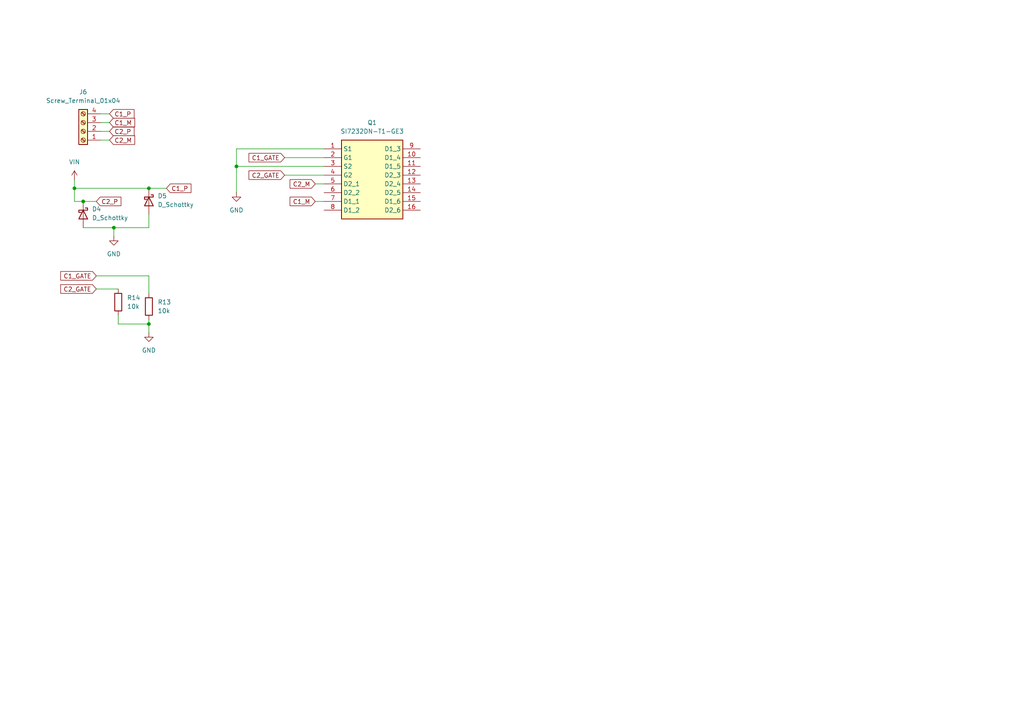
<source format=kicad_sch>
(kicad_sch (version 20231120) (generator "eeschema") (generator_version "8.0")
  (paper "A4")
  (lib_symbols
    (symbol "Connector:Screw_Terminal_01x04" (pin_names (offset 1.016) hide)
      (property "Reference" "J" (at 0 5.08 0))
      (property "Value" "Screw_Terminal_01x04" (at 0 -7.62 0))
      (symbol "Screw_Terminal_01x04_1_1"
        (rectangle (start -1.27 3.81) (end 1.27 -6.35) (stroke (width 0.254)) (fill (type background)))
        (circle (center 0 -5.08) (radius 0.635) (stroke (width 0.1524)))
        (circle (center 0 -2.54) (radius 0.635) (stroke (width 0.1524)))
        (polyline (pts (xy -0.5334 -4.7498) (xy 0.3302 -5.588)) (stroke (width 0.1524)))
        (polyline (pts (xy -0.5334 -2.2098) (xy 0.3302 -3.048)) (stroke (width 0.1524)))
        (polyline (pts (xy -0.5334 0.3302) (xy 0.3302 -0.508)) (stroke (width 0.1524)))
        (polyline (pts (xy -0.5334 2.8702) (xy 0.3302 2.032)) (stroke (width 0.1524)))
        (polyline (pts (xy -0.3556 -4.572) (xy 0.508 -5.4102)) (stroke (width 0.1524)))
        (polyline (pts (xy -0.3556 -2.032) (xy 0.508 -2.8702)) (stroke (width 0.1524)))
        (polyline (pts (xy -0.3556 0.508) (xy 0.508 -0.3302)) (stroke (width 0.1524)))
        (polyline (pts (xy -0.3556 3.048) (xy 0.508 2.2098)) (stroke (width 0.1524)))
        (circle (center 0 0) (radius 0.635) (stroke (width 0.1524)))
        (circle (center 0 2.54) (radius 0.635) (stroke (width 0.1524)))
        (pin passive line (at -5.08 2.54 0) (length 3.81) (name "Pin_1") (number "1"))
        (pin passive line (at -5.08 0 0) (length 3.81) (name "Pin_2") (number "2"))
        (pin passive line (at -5.08 -2.54 0) (length 3.81) (name "Pin_3") (number "3"))
        (pin passive line (at -5.08 -5.08 0) (length 3.81) (name "Pin_4") (number "4"))
      )
    )
    (symbol "Device:D_Schottky" (pin_numbers hide) (pin_names (offset 1.016) hide)
      (property "Reference" "D" (at 0 2.54 0))
      (property "Value" "D_Schottky" (at 0 -2.54 0))
      (symbol "D_Schottky_0_1"
        (polyline (pts (xy 1.27 0) (xy -1.27 0)))
        (polyline (pts (xy 1.27 1.27) (xy 1.27 -1.27) (xy -1.27 0) (xy 1.27 1.27)) (stroke (width 0.254)))
        (polyline (pts (xy -1.905 0.635) (xy -1.905 1.27) (xy -1.27 1.27) (xy -1.27 -1.27) (xy -0.635 -1.27) (xy -0.635 -0.635)) (stroke (width 0.254)))
      )
      (symbol "D_Schottky_1_1"
        (pin passive line (at -3.81 0 0) (length 2.54) (name "K") (number "1"))
        (pin passive line (at 3.81 0 180) (length 2.54) (name "A") (number "2"))
      )
    )
    (symbol "Device:R" (pin_numbers hide) (pin_names (offset 0))
      (property "Reference" "R" (at 2.032 0 90))
      (property "Value" "R" (at 0 0 90))
      (symbol "R_0_1"
        (rectangle (start -1.016 -2.54) (end 1.016 2.54) (stroke (width 0.254)))
      )
      (symbol "R_1_1"
        (pin passive line (at 0 3.81 270) (length 1.27) (name "~") (number "1"))
        (pin passive line (at 0 -3.81 90) (length 1.27) (name "~") (number "2"))
      )
    )
    (symbol "VanguardLib:SI7232DN-T1-GE3"
      (property "Reference" "Q" (at 24.13 7.62 0))
      (property "Value" "SI7232DN-T1-GE3" (at 24.13 5.08 0))
      (symbol "SI7232DN-T1-GE3_1_1"
        (rectangle (start 5.08 2.54) (end 22.86 -20.32) (stroke (width 0.254)) (fill (type background)))
        (pin passive line (at 0 0 0) (length 5.08) (name "S1") (number "1"))
        (pin passive line (at 27.94 -2.54 180) (length 5.08) (name "D1_4") (number "10"))
        (pin passive line (at 27.94 -5.08 180) (length 5.08) (name "D1_5") (number "11"))
        (pin passive line (at 27.94 -7.62 180) (length 5.08) (name "D2_3") (number "12"))
        (pin passive line (at 27.94 -10.16 180) (length 5.08) (name "D2_4") (number "13"))
        (pin passive line (at 27.94 -12.7 180) (length 5.08) (name "D2_5") (number "14"))
        (pin passive line (at 27.94 -15.24 180) (length 5.08) (name "D1_6") (number "15"))
        (pin passive line (at 27.94 -17.78 180) (length 5.08) (name "D2_6") (number "16"))
        (pin passive line (at 0 -2.54 0) (length 5.08) (name "G1") (number "2"))
        (pin passive line (at 0 -5.08 0) (length 5.08) (name "S2") (number "3"))
        (pin passive line (at 0 -7.62 0) (length 5.08) (name "G2") (number "4"))
        (pin passive line (at 0 -10.16 0) (length 5.08) (name "D2_1") (number "5"))
        (pin passive line (at 0 -12.7 0) (length 5.08) (name "D2_2") (number "6"))
        (pin passive line (at 0 -15.24 0) (length 5.08) (name "D1_1") (number "7"))
        (pin passive line (at 0 -17.78 0) (length 5.08) (name "D1_2") (number "8"))
        (pin passive line (at 27.94 0 180) (length 5.08) (name "D1_3") (number "9"))
      )
    )
    (symbol "power:+10V" (power) (pin_numbers hide) (pin_names (offset 0) hide)
      (property "Value" "+10V" (at 0 3.556 0))
      (symbol "+10V_0_1"
        (polyline (pts (xy -0.762 1.27) (xy 0 2.54)))
        (polyline (pts (xy 0 0) (xy 0 2.54)))
        (polyline (pts (xy 0 2.54) (xy 0.762 1.27)))
      )
      (symbol "+10V_1_1"
        (pin power_in line (at 0 0 90) (length 0) (name "~") (number "1"))
      )
    )
    (symbol "power:GND" (power) (pin_numbers hide) (pin_names (offset 0) hide)
      (property "Value" "GND" (at 0 -3.81 0))
      (symbol "GND_0_1"
        (polyline (pts (xy 0 0) (xy 0 -1.27) (xy 1.27 -1.27) (xy 0 -2.54) (xy -1.27 -1.27) (xy 0 -1.27)))
      )
      (symbol "GND_1_1"
        (pin power_in line (at 0 0 270) (length 0) (name "~") (number "1"))
      )
    )
  )
  (junction (at 43.18 93.98))
  (junction (at 43.18 54.61))
  (junction (at 21.59 54.61))
  (junction (at 68.58 48.26))
  (junction (at 33.02 66.04))
  (junction (at 24.13 58.42))
  (wire (pts (xy 29.21 40.64) (xy 31.75 40.64)))
  (wire (pts (xy 33.02 68.58) (xy 33.02 66.04)))
  (wire (pts (xy 91.44 58.42) (xy 93.98 58.42)))
  (wire (pts (xy 43.18 66.04) (xy 43.18 62.23)))
  (wire (pts (xy 34.29 91.44) (xy 34.29 93.98)))
  (wire (pts (xy 24.13 58.42) (xy 21.59 58.42)))
  (wire (pts (xy 29.21 33.02) (xy 31.75 33.02)))
  (wire (pts (xy 43.18 54.61) (xy 48.26 54.61)))
  (wire (pts (xy 27.94 58.42) (xy 24.13 58.42)))
  (wire (pts (xy 29.21 38.1) (xy 31.75 38.1)))
  (wire (pts (xy 68.58 48.26) (xy 68.58 55.88)))
  (wire (pts (xy 21.59 58.42) (xy 21.59 54.61)))
  (wire (pts (xy 29.21 35.56) (xy 31.75 35.56)))
  (wire (pts (xy 24.13 66.04) (xy 33.02 66.04)))
  (wire (pts (xy 68.58 48.26) (xy 93.98 48.26)))
  (wire (pts (xy 21.59 54.61) (xy 43.18 54.61)))
  (wire (pts (xy 91.44 53.34) (xy 93.98 53.34)))
  (wire (pts (xy 82.55 45.72) (xy 93.98 45.72)))
  (wire (pts (xy 43.18 80.01) (xy 27.94 80.01)))
  (wire (pts (xy 34.29 93.98) (xy 43.18 93.98)))
  (wire (pts (xy 43.18 96.52) (xy 43.18 93.98)))
  (wire (pts (xy 43.18 92.71) (xy 43.18 93.98)))
  (wire (pts (xy 93.98 43.18) (xy 68.58 43.18)))
  (wire (pts (xy 21.59 52.07) (xy 21.59 54.61)))
  (wire (pts (xy 68.58 43.18) (xy 68.58 48.26)))
  (wire (pts (xy 33.02 66.04) (xy 43.18 66.04)))
  (wire (pts (xy 43.18 85.09) (xy 43.18 80.01)))
  (wire (pts (xy 82.55 50.8) (xy 93.98 50.8)))
  (wire (pts (xy 27.94 83.82) (xy 34.29 83.82)))
  (global_label "C1_P" (shape input) (at 48.26 54.61 0) (property "Intersheetrefs" "${INTERSHEET_REFS}" (effects (hide yes))))
  (global_label "C2_GATE" (shape input) (at 27.94 83.82 180) (property "Intersheetrefs" "${INTERSHEET_REFS}" (effects (hide yes))))
  (global_label "C2_GATE" (shape input) (at 82.55 50.8 180) (property "Intersheetrefs" "${INTERSHEET_REFS}" (effects (hide yes))))
  (global_label "C1_GATE" (shape input) (at 82.55 45.72 180) (property "Intersheetrefs" "${INTERSHEET_REFS}" (effects (hide yes))))
  (global_label "C2_P" (shape input) (at 27.94 58.42 0) (property "Intersheetrefs" "${INTERSHEET_REFS}" (effects (hide yes))))
  (global_label "C1_GATE" (shape input) (at 27.94 80.01 180) (property "Intersheetrefs" "${INTERSHEET_REFS}" (effects (hide yes))))
  (global_label "C1_M" (shape input) (at 91.44 58.42 180) (property "Intersheetrefs" "${INTERSHEET_REFS}" (effects (hide yes))))
  (global_label "C1_P" (shape input) (at 31.75 33.02 0) (property "Intersheetrefs" "${INTERSHEET_REFS}" (effects (hide yes))))
  (global_label "C2_M" (shape input) (at 91.44 53.34 180) (property "Intersheetrefs" "${INTERSHEET_REFS}" (effects (hide yes))))
  (global_label "C2_M" (shape input) (at 31.75 40.64 0) (property "Intersheetrefs" "${INTERSHEET_REFS}" (effects (hide yes))))
  (global_label "C2_P" (shape input) (at 31.75 38.1 0) (property "Intersheetrefs" "${INTERSHEET_REFS}" (effects (hide yes))))
  (global_label "C1_M" (shape input) (at 31.75 35.56 0) (property "Intersheetrefs" "${INTERSHEET_REFS}" (effects (hide yes))))
  (symbol (lib_id "Device:R") (at 43.18 88.9 0) (unit 1)
    (property "Reference" "R13" (at 45.72 87.6299 0) (effects (justify left)))
    (property "Value" "10k" (at 45.72 90.1699 0) (effects (justify left)))
    (property "Footprint" "Resistor_SMD:R_0402_1005Metric" (effects (hide yes)))
    (property "Description" "Resistor" (effects (hide yes)))
  )
  (symbol (lib_id "Device:D_Schottky") (at 43.18 58.42 270) (unit 1)
    (property "Reference" "D5" (at 45.72 56.8324 90) (effects (justify left)))
    (property "Value" "D_Schottky" (at 45.72 59.3724 90) (effects (justify left)))
    (property "Footprint" "Diode_SMD:D_0603_1608Metric" (effects (hide yes)))
    (property "Description" "Schottky diode" (effects (hide yes)))
  )
  (symbol (lib_id "power:+10V") (at 21.59 52.07 0) (unit 1)
    (property "Reference" "#PWR060" (effects (hide yes)))
    (property "Value" "VIN" (at 21.59 46.99 0))
    (property "Description" "Power symbol creates a global label with name \"+10V\"" (effects (hide yes)))
  )
  (symbol (lib_id "VanguardLib:SI7232DN-T1-GE3") (at 93.98 43.18 0) (unit 1)
    (property "Reference" "Q1" (at 107.95 35.56 0))
    (property "Value" "SI7232DN-T1-GE3" (at 107.95 38.1 0))
    (property "Footprint" "SI7232DNT1GE3" (effects (hide yes)))
    (property "Datasheet" "https://www.vishay.com/docs/68986/si7232dn.pdf" (effects (hide yes)))
    (property "Description" "Dual N-Channel (D-S)MOSFET 20V Vds 8V Vgs PowerPAK 1212-8" (effects (hide yes)))
    (property "Height" "1.12" (effects (hide yes)))
    (property "Mouser Part Number" "781-SI7232DN-GE3" (effects (hide yes)))
    (property "Mouser Price/Stock" "https://www.mouser.co.uk/ProductDetail/Vishay-Semiconductors/SI7232DN-T1-GE3?qs=%252BPu8jn5UVnH5FJ8Jo4EbFw%3D%3D" (effects (hide yes)))
    (property "Manufacturer_Name" "Vishay" (effects (hide yes)))
    (property "Manufacturer_Part_Number" "SI7232DN-T1-GE3" (effects (hide yes)))
  )
  (symbol (lib_id "power:GND") (at 68.58 55.88 0) (unit 1)
    (property "Reference" "#PWR061" (effects (hide yes)))
    (property "Value" "GND" (at 68.58 60.96 0))
    (property "Description" "Power symbol creates a global label with name \"GND\" , ground" (effects (hide yes)))
  )
  (symbol (lib_id "power:GND") (at 43.18 96.52 0) (unit 1)
    (property "Reference" "#PWR068" (effects (hide yes)))
    (property "Value" "GND" (at 43.18 101.6 0))
    (property "Description" "Power symbol creates a global label with name \"GND\" , ground" (effects (hide yes)))
  )
  (symbol (lib_id "Device:R") (at 34.29 87.63 0) (unit 1)
    (property "Reference" "R14" (at 36.83 86.3599 0) (effects (justify left)))
    (property "Value" "10k" (at 36.83 88.8999 0) (effects (justify left)))
    (property "Footprint" "Resistor_SMD:R_0402_1005Metric" (effects (hide yes)))
    (property "Description" "Resistor" (effects (hide yes)))
  )
  (symbol (lib_id "power:GND") (at 33.02 68.58 0) (unit 1)
    (property "Reference" "#PWR069" (effects (hide yes)))
    (property "Value" "GND" (at 33.02 73.66 0))
    (property "Description" "Power symbol creates a global label with name \"GND\" , ground" (effects (hide yes)))
  )
  (symbol (lib_id "Device:D_Schottky") (at 24.13 62.23 270) (unit 1)
    (property "Reference" "D4" (at 26.67 60.6424 90) (effects (justify left)))
    (property "Value" "D_Schottky" (at 26.67 63.1824 90) (effects (justify left)))
    (property "Footprint" "Diode_SMD:D_0603_1608Metric" (effects (hide yes)))
    (property "Description" "Schottky diode" (effects (hide yes)))
  )
  (symbol (lib_id "Connector:Screw_Terminal_01x04") (at 24.13 38.1 180) (unit 1)
    (property "Reference" "J6" (at 24.13 26.67 0))
    (property "Value" "Screw_Terminal_01x04" (at 24.13 29.21 0))
    (property "Footprint" "TerminalBlock:TerminalBlock_Xinya_XY308-2.54-4P_1x04_P2.54mm_Horizontal" (effects (hide yes)))
    (property "Description" "Generic screw terminal, single row, 01x04, script generated (kicad-library-utils/schlib/autogen/connector/)" (effects (hide yes)))
  )
)
</source>
